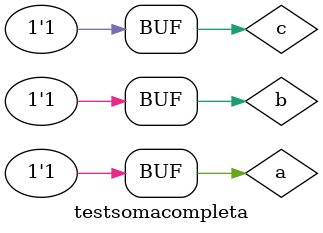
<source format=v>


module meiasoma (s0, s1, a, b);

 output s0, s1;
 input  a, b;
 
xor XOR1 (s0, a, b);
and AND1 (s1, a, b);
 
 endmodule //meiasoma
 
 
 // ---------------------
// -- Soma completa
// ---------------------

module somacompleta(s0, s1, a, b, c);

wire t1,t2,t3;
output s0, s1;
input a, b, c;

meiasoma MS1 (t1, t2, a, b);
meiasoma MS2 (s0, t3, t1, c);
or OR1 (s1, t2, t3);

endmodule // soma 

// --------------------------
// -- Tes Soma completa
// --------------------------

module testsomacompleta;
 reg   a, b, c;             
 wire  s0, s1;
          // instancia
 somacompleta SOMACOMPLETA1 (s0, s1, a, b, c);

 initial begin:start
      a=0; b=0; c=0;
 end

          // parte principal
 initial begin:main
      $display("Guia 04 Ex 2 - Alvaro Henrique - 395487");
      $display("Soma Completa.");
      $display("\n a b c = s0 s1\n");
      $monitor(" %b %b %b = %b %b", c, a, b, s0, s1);
#1 a=0;b=1;c=0;
#1 a=1;b=0;c=0;
#1 a=1;b=1;c=0;
#1 a=0;b=0;c=1;
#1 a=0;b=1;c=1;
#1 a=1;b=0;c=1;
#1 a=1;b=1;c=1;
  
 end

endmodule // soma completa

</source>
